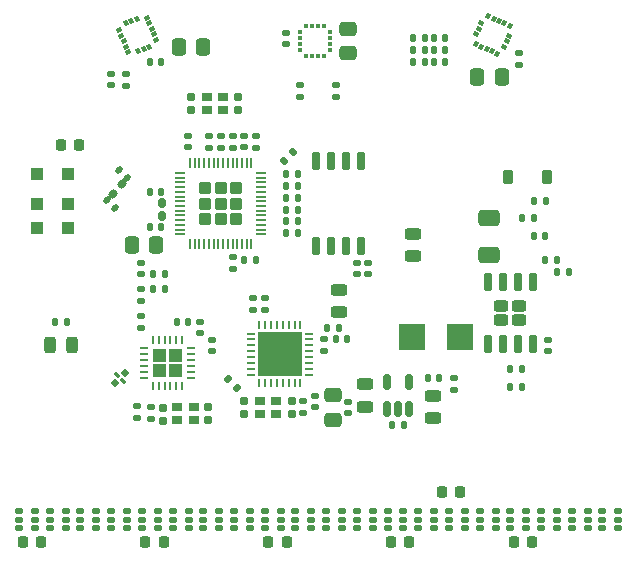
<source format=gbr>
%TF.GenerationSoftware,KiCad,Pcbnew,8.0.5*%
%TF.CreationDate,2024-10-20T13:06:47-04:00*%
%TF.ProjectId,DangerDoughnut,44616e67-6572-4446-9f75-67686e75742e,rev?*%
%TF.SameCoordinates,Original*%
%TF.FileFunction,Paste,Top*%
%TF.FilePolarity,Positive*%
%FSLAX46Y46*%
G04 Gerber Fmt 4.6, Leading zero omitted, Abs format (unit mm)*
G04 Created by KiCad (PCBNEW 8.0.5) date 2024-10-20 13:06:47*
%MOMM*%
%LPD*%
G01*
G04 APERTURE LIST*
G04 Aperture macros list*
%AMRoundRect*
0 Rectangle with rounded corners*
0 $1 Rounding radius*
0 $2 $3 $4 $5 $6 $7 $8 $9 X,Y pos of 4 corners*
0 Add a 4 corners polygon primitive as box body*
4,1,4,$2,$3,$4,$5,$6,$7,$8,$9,$2,$3,0*
0 Add four circle primitives for the rounded corners*
1,1,$1+$1,$2,$3*
1,1,$1+$1,$4,$5*
1,1,$1+$1,$6,$7*
1,1,$1+$1,$8,$9*
0 Add four rect primitives between the rounded corners*
20,1,$1+$1,$2,$3,$4,$5,0*
20,1,$1+$1,$4,$5,$6,$7,0*
20,1,$1+$1,$6,$7,$8,$9,0*
20,1,$1+$1,$8,$9,$2,$3,0*%
%AMRotRect*
0 Rectangle, with rotation*
0 The origin of the aperture is its center*
0 $1 length*
0 $2 width*
0 $3 Rotation angle, in degrees counterclockwise*
0 Add horizontal line*
21,1,$1,$2,0,0,$3*%
G04 Aperture macros list end*
%ADD10C,0.000000*%
%ADD11RoundRect,0.050000X0.275000X0.200000X-0.275000X0.200000X-0.275000X-0.200000X0.275000X-0.200000X0*%
%ADD12RoundRect,0.225000X0.225000X0.250000X-0.225000X0.250000X-0.225000X-0.250000X0.225000X-0.250000X0*%
%ADD13RoundRect,0.218750X0.218750X0.256250X-0.218750X0.256250X-0.218750X-0.256250X0.218750X-0.256250X0*%
%ADD14RoundRect,0.155000X-0.155000X0.212500X-0.155000X-0.212500X0.155000X-0.212500X0.155000X0.212500X0*%
%ADD15RoundRect,0.140000X0.170000X-0.140000X0.170000X0.140000X-0.170000X0.140000X-0.170000X-0.140000X0*%
%ADD16RoundRect,0.140000X0.140000X0.170000X-0.140000X0.170000X-0.140000X-0.170000X0.140000X-0.170000X0*%
%ADD17RoundRect,0.135000X-0.135000X-0.185000X0.135000X-0.185000X0.135000X0.185000X-0.135000X0.185000X0*%
%ADD18RoundRect,0.135000X0.185000X-0.135000X0.185000X0.135000X-0.185000X0.135000X-0.185000X-0.135000X0*%
%ADD19RoundRect,0.135000X0.035355X-0.226274X0.226274X-0.035355X-0.035355X0.226274X-0.226274X0.035355X0*%
%ADD20RoundRect,0.140000X-0.170000X0.140000X-0.170000X-0.140000X0.170000X-0.140000X0.170000X0.140000X0*%
%ADD21R,0.900000X0.800000*%
%ADD22RoundRect,0.155000X0.155000X-0.212500X0.155000X0.212500X-0.155000X0.212500X-0.155000X-0.212500X0*%
%ADD23RoundRect,0.140000X-0.140000X-0.170000X0.140000X-0.170000X0.140000X0.170000X-0.140000X0.170000X0*%
%ADD24RoundRect,0.243750X-0.456250X0.243750X-0.456250X-0.243750X0.456250X-0.243750X0.456250X0.243750X0*%
%ADD25RoundRect,0.243750X0.456250X-0.243750X0.456250X0.243750X-0.456250X0.243750X-0.456250X-0.243750X0*%
%ADD26RoundRect,0.250000X0.337500X0.475000X-0.337500X0.475000X-0.337500X-0.475000X0.337500X-0.475000X0*%
%ADD27R,2.209800X2.260600*%
%ADD28RoundRect,0.135000X-0.185000X0.135000X-0.185000X-0.135000X0.185000X-0.135000X0.185000X0.135000X0*%
%ADD29RoundRect,0.243750X0.243750X0.456250X-0.243750X0.456250X-0.243750X-0.456250X0.243750X-0.456250X0*%
%ADD30RotRect,0.550000X0.550000X225.000000*%
%ADD31RotRect,0.300000X0.500000X225.000000*%
%ADD32RoundRect,0.160000X0.044194X0.270468X-0.270468X-0.044194X-0.044194X-0.270468X0.270468X0.044194X0*%
%ADD33RotRect,0.355600X0.457200X336.347000*%
%ADD34RotRect,0.355600X0.457200X246.347000*%
%ADD35RoundRect,0.250000X-0.285000X-0.285000X0.285000X-0.285000X0.285000X0.285000X-0.285000X0.285000X0*%
%ADD36RoundRect,0.050000X-0.350000X-0.050000X0.350000X-0.050000X0.350000X0.050000X-0.350000X0.050000X0*%
%ADD37RoundRect,0.050000X-0.050000X-0.350000X0.050000X-0.350000X0.050000X0.350000X-0.050000X0.350000X0*%
%ADD38RoundRect,0.135000X0.135000X0.185000X-0.135000X0.185000X-0.135000X-0.185000X0.135000X-0.185000X0*%
%ADD39RoundRect,0.135000X0.226274X0.035355X0.035355X0.226274X-0.226274X-0.035355X-0.035355X-0.226274X0*%
%ADD40RoundRect,0.225000X-0.225000X-0.375000X0.225000X-0.375000X0.225000X0.375000X-0.225000X0.375000X0*%
%ADD41R,0.990600X0.990600*%
%ADD42RotRect,0.355600X0.457200X293.654000*%
%ADD43RotRect,0.355600X0.457200X203.654000*%
%ADD44RoundRect,0.250000X-0.475000X0.337500X-0.475000X-0.337500X0.475000X-0.337500X0.475000X0.337500X0*%
%ADD45RoundRect,0.150000X-0.150000X0.650000X-0.150000X-0.650000X0.150000X-0.650000X0.150000X0.650000X0*%
%ADD46RoundRect,0.250000X-0.650000X0.412500X-0.650000X-0.412500X0.650000X-0.412500X0.650000X0.412500X0*%
%ADD47RoundRect,0.140000X-0.219203X-0.021213X-0.021213X-0.219203X0.219203X0.021213X0.021213X0.219203X0*%
%ADD48R,0.762000X0.254000*%
%ADD49R,0.254000X0.762000*%
%ADD50R,3.759200X3.759200*%
%ADD51RoundRect,0.250000X-0.337500X-0.475000X0.337500X-0.475000X0.337500X0.475000X-0.337500X0.475000X0*%
%ADD52RoundRect,0.242500X0.382500X-0.242500X0.382500X0.242500X-0.382500X0.242500X-0.382500X-0.242500X0*%
%ADD53RoundRect,0.150000X0.150000X-0.650000X0.150000X0.650000X-0.150000X0.650000X-0.150000X-0.650000X0*%
%ADD54R,0.304800X0.457200*%
%ADD55R,0.457200X0.304800*%
%ADD56RoundRect,0.150000X0.150000X-0.512500X0.150000X0.512500X-0.150000X0.512500X-0.150000X-0.512500X0*%
%ADD57RoundRect,0.140000X0.219203X0.021213X0.021213X0.219203X-0.219203X-0.021213X-0.021213X-0.219203X0*%
%ADD58RoundRect,0.160000X0.160000X-0.222500X0.160000X0.222500X-0.160000X0.222500X-0.160000X-0.222500X0*%
G04 APERTURE END LIST*
D10*
%TO.C,U8*%
G36*
X96900000Y-65400000D02*
G01*
X95220400Y-65400000D01*
X95220400Y-63720400D01*
X96900000Y-63720400D01*
X96900000Y-65400000D01*
G37*
G36*
X96900000Y-67279600D02*
G01*
X95220400Y-67279600D01*
X95220400Y-65600000D01*
X96900000Y-65600000D01*
X96900000Y-67279600D01*
G37*
G36*
X98779600Y-65400000D02*
G01*
X97100000Y-65400000D01*
X97100000Y-63720400D01*
X98779600Y-63720400D01*
X98779600Y-65400000D01*
G37*
G36*
X98779600Y-67279600D02*
G01*
X97100000Y-67279600D01*
X97100000Y-65600000D01*
X98779600Y-65600000D01*
X98779600Y-67279600D01*
G37*
%TO.C,U9*%
G36*
X87400000Y-66150000D02*
G01*
X86279200Y-66150000D01*
X86279200Y-65029200D01*
X87400000Y-65029200D01*
X87400000Y-66150000D01*
G37*
G36*
X87400000Y-67470800D02*
G01*
X86279200Y-67470800D01*
X86279200Y-66350000D01*
X87400000Y-66350000D01*
X87400000Y-67470800D01*
G37*
G36*
X88720800Y-66150000D02*
G01*
X87600000Y-66150000D01*
X87600000Y-65029200D01*
X88720800Y-65029200D01*
X88720800Y-66150000D01*
G37*
G36*
X88720800Y-67470800D02*
G01*
X87600000Y-67470800D01*
X87600000Y-66350000D01*
X88720800Y-66350000D01*
X88720800Y-67470800D01*
G37*
%TD*%
D11*
%TO.C,D19*%
X123074999Y-78750000D03*
X123074999Y-79500000D03*
X123074999Y-80250000D03*
X121724999Y-78750000D03*
X121724999Y-79500000D03*
X121724999Y-80250000D03*
%TD*%
%TO.C,D13*%
X107474998Y-78750000D03*
X107474998Y-79500000D03*
X107474998Y-80250000D03*
X106124998Y-78750000D03*
X106124998Y-79500000D03*
X106124998Y-80250000D03*
%TD*%
%TO.C,D8*%
X94474998Y-78750000D03*
X94474998Y-79500000D03*
X94474998Y-80250000D03*
X93124998Y-78750000D03*
X93124998Y-79500000D03*
X93124998Y-80250000D03*
%TD*%
D12*
%TO.C,C3*%
X97574998Y-81400000D03*
X96024998Y-81400000D03*
%TD*%
D11*
%TO.C,D7*%
X91874998Y-78750000D03*
X91874998Y-79500000D03*
X91874998Y-80250000D03*
X90524998Y-78750000D03*
X90524998Y-79500000D03*
X90524998Y-80250000D03*
%TD*%
D13*
%TO.C,F1*%
X112287498Y-77200000D03*
X110712498Y-77200000D03*
%TD*%
D11*
%TO.C,D5*%
X86674998Y-78750000D03*
X86674998Y-79500000D03*
X86674998Y-80250000D03*
X85324998Y-78750000D03*
X85324998Y-79500000D03*
X85324998Y-80250000D03*
%TD*%
%TO.C,D1*%
X76274998Y-78750000D03*
X76274998Y-79500000D03*
X76274998Y-80250000D03*
X74924998Y-78750000D03*
X74924998Y-79500000D03*
X74924998Y-80250000D03*
%TD*%
%TO.C,D9*%
X97074998Y-78750000D03*
X97074998Y-79500000D03*
X97074998Y-80250000D03*
X95724998Y-78750000D03*
X95724998Y-79500000D03*
X95724998Y-80250000D03*
%TD*%
%TO.C,D12*%
X104874998Y-78750000D03*
X104874998Y-79500000D03*
X104874998Y-80250000D03*
X103524998Y-78750000D03*
X103524998Y-79500000D03*
X103524998Y-80250000D03*
%TD*%
%TO.C,D16*%
X115274998Y-78750000D03*
X115274998Y-79500000D03*
X115274998Y-80250000D03*
X113924998Y-78750000D03*
X113924998Y-79500000D03*
X113924998Y-80250000D03*
%TD*%
%TO.C,D18*%
X120474998Y-78750000D03*
X120474998Y-79500000D03*
X120474998Y-80250000D03*
X119124998Y-78750000D03*
X119124998Y-79500000D03*
X119124998Y-80250000D03*
%TD*%
%TO.C,D10*%
X99674998Y-78750000D03*
X99674998Y-79500000D03*
X99674998Y-80250000D03*
X98324998Y-78750000D03*
X98324998Y-79500000D03*
X98324998Y-80250000D03*
%TD*%
%TO.C,D17*%
X117874998Y-78750000D03*
X117874998Y-79500000D03*
X117874998Y-80250000D03*
X116524998Y-78750000D03*
X116524998Y-79500000D03*
X116524998Y-80250000D03*
%TD*%
D12*
%TO.C,C5*%
X118374998Y-81400000D03*
X116824998Y-81400000D03*
%TD*%
D11*
%TO.C,D20*%
X125674998Y-78750000D03*
X125674998Y-79500000D03*
X125674998Y-80250000D03*
X124324998Y-78750000D03*
X124324998Y-79500000D03*
X124324998Y-80250000D03*
%TD*%
D12*
%TO.C,C2*%
X87174998Y-81400000D03*
X85624998Y-81400000D03*
%TD*%
D11*
%TO.C,D11*%
X102274998Y-78750000D03*
X102274998Y-79500000D03*
X102274998Y-80250000D03*
X100924998Y-78750000D03*
X100924998Y-79500000D03*
X100924998Y-80250000D03*
%TD*%
%TO.C,D3*%
X81474998Y-78750000D03*
X81474998Y-79500000D03*
X81474998Y-80250000D03*
X80124998Y-78750000D03*
X80124998Y-79500000D03*
X80124998Y-80250000D03*
%TD*%
%TO.C,D2*%
X78874998Y-78750000D03*
X78874998Y-79500000D03*
X78874998Y-80250000D03*
X77524998Y-78750000D03*
X77524998Y-79500000D03*
X77524998Y-80250000D03*
%TD*%
%TO.C,D4*%
X84074998Y-78750000D03*
X84074998Y-79500000D03*
X84074998Y-80250000D03*
X82724998Y-78750000D03*
X82724998Y-79500000D03*
X82724998Y-80250000D03*
%TD*%
D12*
%TO.C,C1*%
X76774998Y-81400000D03*
X75224998Y-81400000D03*
%TD*%
D11*
%TO.C,D14*%
X110074999Y-78750000D03*
X110074999Y-79500000D03*
X110074999Y-80250000D03*
X108724999Y-78750000D03*
X108724999Y-79500000D03*
X108724999Y-80250000D03*
%TD*%
%TO.C,D15*%
X112674998Y-78750000D03*
X112674998Y-79500000D03*
X112674998Y-80250000D03*
X111324998Y-78750000D03*
X111324998Y-79500000D03*
X111324998Y-80250000D03*
%TD*%
D12*
%TO.C,C4*%
X107974998Y-81400000D03*
X106424998Y-81400000D03*
%TD*%
D11*
%TO.C,D6*%
X89274998Y-78750000D03*
X89274998Y-79500000D03*
X89274998Y-80250000D03*
X87924998Y-78750000D03*
X87924998Y-79500000D03*
X87924998Y-80250000D03*
%TD*%
D14*
%TO.C,C5*%
X98000000Y-69432500D03*
X98000000Y-70567500D03*
%TD*%
D15*
%TO.C,C38*%
X85250000Y-58710000D03*
X85250000Y-57750000D03*
%TD*%
D16*
%TO.C,C32*%
X86980000Y-54750000D03*
X86020000Y-54750000D03*
%TD*%
D17*
%TO.C,R1*%
X117490000Y-54000000D03*
X118510000Y-54000000D03*
%TD*%
D18*
%TO.C,R19*%
X92000000Y-48010000D03*
X92000000Y-46990000D03*
%TD*%
D19*
%TO.C,R10*%
X97389376Y-49110624D03*
X98110624Y-48389376D03*
%TD*%
D17*
%TO.C,R26*%
X97490000Y-52250000D03*
X98510000Y-52250000D03*
%TD*%
%TO.C,R32*%
X108240000Y-39750000D03*
X109260000Y-39750000D03*
%TD*%
D18*
%TO.C,R7*%
X101750000Y-43760000D03*
X101750000Y-42740000D03*
%TD*%
D20*
%TO.C,C37*%
X85250000Y-60020000D03*
X85250000Y-60980000D03*
%TD*%
D21*
%TO.C,Y1*%
X90800000Y-44800000D03*
X92200000Y-44800000D03*
X92200000Y-43700000D03*
X90800000Y-43700000D03*
%TD*%
D15*
%TO.C,C33*%
X94000000Y-47980000D03*
X94000000Y-47020000D03*
%TD*%
D18*
%TO.C,R16*%
X100750000Y-65260000D03*
X100750000Y-64240000D03*
%TD*%
D15*
%TO.C,C21*%
X91250000Y-65230000D03*
X91250000Y-64270000D03*
%TD*%
%TO.C,C14*%
X97500000Y-39230000D03*
X97500000Y-38270000D03*
%TD*%
D18*
%TO.C,R9*%
X95000000Y-48010000D03*
X95000000Y-46990000D03*
%TD*%
D22*
%TO.C,C43*%
X87100000Y-71167500D03*
X87100000Y-70032500D03*
%TD*%
D23*
%TO.C,C11*%
X86020000Y-40750000D03*
X86980000Y-40750000D03*
%TD*%
D24*
%TO.C,D5*%
X102000000Y-60062500D03*
X102000000Y-61937500D03*
%TD*%
D25*
%TO.C,D4*%
X110000000Y-70937500D03*
X110000000Y-69062500D03*
%TD*%
D26*
%TO.C,C31*%
X86537500Y-56250000D03*
X84462500Y-56250000D03*
%TD*%
D27*
%TO.C,CR1*%
X108205300Y-64000000D03*
X112294700Y-64000000D03*
%TD*%
D18*
%TO.C,R8*%
X98750000Y-43760000D03*
X98750000Y-42740000D03*
%TD*%
D23*
%TO.C,C3*%
X109520000Y-67500000D03*
X110480000Y-67500000D03*
%TD*%
D21*
%TO.C,Y3*%
X95300000Y-70550000D03*
X96700000Y-70550000D03*
X96700000Y-69450000D03*
X95300000Y-69450000D03*
%TD*%
D15*
%TO.C,C20*%
X90250000Y-63730000D03*
X90250000Y-62770000D03*
%TD*%
D28*
%TO.C,R15*%
X94750000Y-60740000D03*
X94750000Y-61760000D03*
%TD*%
D16*
%TO.C,C40*%
X110980000Y-40750000D03*
X110020000Y-40750000D03*
%TD*%
D29*
%TO.C,D6*%
X79437500Y-64750000D03*
X77562500Y-64750000D03*
%TD*%
D17*
%TO.C,R20*%
X77990000Y-62750000D03*
X79010000Y-62750000D03*
%TD*%
D30*
%TO.C,FL1*%
X83924264Y-67075736D03*
D31*
X83252513Y-67252513D03*
D30*
X83075736Y-67924264D03*
D31*
X83747487Y-67747487D03*
%TD*%
D32*
%TO.C,L3*%
X83654819Y-51095181D03*
X82845181Y-51904819D03*
%TD*%
D33*
%TO.C,U2*%
X116473573Y-37690502D03*
X116015461Y-37489853D03*
X115557350Y-37289204D03*
X115099239Y-37088555D03*
X114641127Y-36887906D03*
D34*
X114051713Y-37497959D03*
X113851064Y-37956070D03*
X113650415Y-38414181D03*
D33*
X113601707Y-39261058D03*
X114059819Y-39461707D03*
X114517930Y-39662356D03*
X114976041Y-39863005D03*
X115434153Y-40063654D03*
D34*
X116023567Y-39453601D03*
X116224216Y-38995490D03*
X116424865Y-38537379D03*
%TD*%
D17*
%TO.C,R22*%
X86240000Y-58750000D03*
X87260000Y-58750000D03*
%TD*%
D35*
%TO.C,U10*%
X90670000Y-51420000D03*
X90670000Y-52750000D03*
X90670000Y-54080000D03*
X92000000Y-51420000D03*
X92000000Y-52750000D03*
X92000000Y-54080000D03*
X93330000Y-51420000D03*
X93330000Y-52750000D03*
X93330000Y-54080000D03*
D36*
X88550000Y-50150000D03*
X88550001Y-50550000D03*
X88550000Y-50950000D03*
X88550000Y-51350000D03*
X88550000Y-51750000D03*
X88550001Y-52150000D03*
X88550000Y-52550000D03*
X88550000Y-52950000D03*
X88550001Y-53350000D03*
X88550000Y-53750000D03*
X88550000Y-54150000D03*
X88550000Y-54550000D03*
X88550001Y-54950000D03*
X88550000Y-55350000D03*
D37*
X89400000Y-56200000D03*
X89800000Y-56199999D03*
X90200000Y-56200000D03*
X90600000Y-56200000D03*
X91000000Y-56200000D03*
X91400000Y-56199999D03*
X91800000Y-56200000D03*
X92200000Y-56200000D03*
X92600000Y-56199999D03*
X93000000Y-56200000D03*
X93400000Y-56200000D03*
X93800000Y-56200000D03*
X94200000Y-56199999D03*
X94600000Y-56200000D03*
D36*
X95450000Y-55350000D03*
X95449999Y-54950000D03*
X95450000Y-54550000D03*
X95450000Y-54150000D03*
X95450000Y-53750000D03*
X95449999Y-53350000D03*
X95450000Y-52950000D03*
X95450000Y-52550000D03*
X95449999Y-52150000D03*
X95450000Y-51750000D03*
X95450000Y-51350000D03*
X95450000Y-50950000D03*
X95449999Y-50550000D03*
X95450000Y-50150000D03*
D37*
X94600000Y-49300000D03*
X94200000Y-49300001D03*
X93800000Y-49300000D03*
X93400000Y-49300000D03*
X93000000Y-49300000D03*
X92600000Y-49300001D03*
X92200000Y-49300000D03*
X91800000Y-49300000D03*
X91400000Y-49300001D03*
X91000000Y-49300000D03*
X90600000Y-49300000D03*
X90200000Y-49300000D03*
X89800000Y-49300001D03*
X89400000Y-49300000D03*
%TD*%
D25*
%TO.C,D3*%
X104250000Y-69937500D03*
X104250000Y-68062500D03*
%TD*%
D38*
%TO.C,R17*%
X102010000Y-63250000D03*
X100990000Y-63250000D03*
%TD*%
D17*
%TO.C,R3*%
X106490000Y-71500000D03*
X107510000Y-71500000D03*
%TD*%
D16*
%TO.C,C39*%
X110980000Y-39750000D03*
X110020000Y-39750000D03*
%TD*%
D28*
%TO.C,R13*%
X85250000Y-62240000D03*
X85250000Y-63260000D03*
%TD*%
D17*
%TO.C,R23*%
X97490000Y-50250000D03*
X98510000Y-50250000D03*
%TD*%
D39*
%TO.C,R35*%
X93360624Y-68360624D03*
X92639376Y-67639376D03*
%TD*%
D17*
%TO.C,R5*%
X120490000Y-58500000D03*
X121510000Y-58500000D03*
%TD*%
%TO.C,R6*%
X116490000Y-68250000D03*
X117510000Y-68250000D03*
%TD*%
D26*
%TO.C,C12*%
X90537500Y-39500000D03*
X88462500Y-39500000D03*
%TD*%
D18*
%TO.C,R36*%
X91000000Y-48010000D03*
X91000000Y-46990000D03*
%TD*%
D38*
%TO.C,R31*%
X95010000Y-57500000D03*
X93990000Y-57500000D03*
%TD*%
D16*
%TO.C,C30*%
X86980000Y-51750000D03*
X86020000Y-51750000D03*
%TD*%
D18*
%TO.C,R25*%
X93000000Y-48010000D03*
X93000000Y-46990000D03*
%TD*%
D40*
%TO.C,D1*%
X116350000Y-50500000D03*
X119650000Y-50500000D03*
%TD*%
D28*
%TO.C,R12*%
X99000000Y-69490000D03*
X99000000Y-70510000D03*
%TD*%
D41*
%TO.C,ANT2*%
X79058100Y-54801905D03*
X79058100Y-52801904D03*
X79058100Y-50201905D03*
X76441900Y-50201905D03*
X76441900Y-52801904D03*
X76441900Y-54801905D03*
%TD*%
D42*
%TO.C,U3*%
X86550241Y-38872265D03*
X86349582Y-38414157D03*
X86148927Y-37956049D03*
X85948270Y-37497941D03*
X85747614Y-37039834D03*
D43*
X84900737Y-37088558D03*
X84442629Y-37289213D03*
X83984521Y-37489870D03*
D42*
X83374479Y-38079295D03*
X83575138Y-38537403D03*
X83775793Y-38995511D03*
X83976450Y-39453619D03*
X84177106Y-39911726D03*
D43*
X85023983Y-39863002D03*
X85482091Y-39662347D03*
X85940199Y-39461690D03*
%TD*%
D44*
%TO.C,C13*%
X102750000Y-37962500D03*
X102750000Y-40037500D03*
%TD*%
D17*
%TO.C,R34*%
X108240000Y-38750000D03*
X109260000Y-38750000D03*
%TD*%
D14*
%TO.C,C19*%
X93500000Y-43682500D03*
X93500000Y-44817500D03*
%TD*%
D15*
%TO.C,C36*%
X82750000Y-42730000D03*
X82750000Y-41770000D03*
%TD*%
D45*
%TO.C,U4*%
X103905000Y-49112311D03*
X102635000Y-49112311D03*
X101365000Y-49112311D03*
X100095000Y-49112311D03*
X100095000Y-56312311D03*
X101365000Y-56312311D03*
X102635000Y-56312311D03*
X103905000Y-56312311D03*
%TD*%
D46*
%TO.C,C4*%
X114750000Y-53937500D03*
X114750000Y-57062500D03*
%TD*%
D22*
%TO.C,C18*%
X89500000Y-44817500D03*
X89500000Y-43682500D03*
%TD*%
D20*
%TO.C,C7*%
X119750000Y-64270000D03*
X119750000Y-65230000D03*
%TD*%
D23*
%TO.C,C6*%
X116520000Y-66750000D03*
X117480000Y-66750000D03*
%TD*%
D17*
%TO.C,R33*%
X108240000Y-40750000D03*
X109260000Y-40750000D03*
%TD*%
D20*
%TO.C,C23*%
X100000000Y-69020000D03*
X100000000Y-69980000D03*
%TD*%
D12*
%TO.C,C41*%
X80025000Y-47750000D03*
X78475000Y-47750000D03*
%TD*%
D22*
%TO.C,C44*%
X90900000Y-71067500D03*
X90900000Y-69932500D03*
%TD*%
D17*
%TO.C,R24*%
X97490000Y-51250000D03*
X98510000Y-51250000D03*
%TD*%
D22*
%TO.C,C15*%
X94000000Y-70567500D03*
X94000000Y-69432500D03*
%TD*%
D18*
%TO.C,R30*%
X93000000Y-58260000D03*
X93000000Y-57240000D03*
%TD*%
D47*
%TO.C,C35*%
X82410589Y-52410589D03*
X83089411Y-53089411D03*
%TD*%
D20*
%TO.C,C22*%
X86100000Y-70000000D03*
X86100000Y-70960000D03*
%TD*%
D17*
%TO.C,R27*%
X97490000Y-53250000D03*
X98510000Y-53250000D03*
%TD*%
%TO.C,R2*%
X118490000Y-52500000D03*
X119510000Y-52500000D03*
%TD*%
D20*
%TO.C,C25*%
X104500000Y-57770000D03*
X104500000Y-58730000D03*
%TD*%
%TO.C,C16*%
X84900000Y-69920000D03*
X84900000Y-70880000D03*
%TD*%
D25*
%TO.C,D2*%
X108250000Y-57187500D03*
X108250000Y-55312500D03*
%TD*%
D48*
%TO.C,U8*%
X99451100Y-67249999D03*
X99451100Y-66750000D03*
X99451100Y-66250001D03*
X99451100Y-65750000D03*
X99451100Y-65250000D03*
X99451100Y-64749999D03*
X99451100Y-64250000D03*
X99451100Y-63750001D03*
D49*
X98749999Y-63048900D03*
X98250000Y-63048900D03*
X97750001Y-63048900D03*
X97250000Y-63048900D03*
X96750000Y-63048900D03*
X96249999Y-63048900D03*
X95750000Y-63048900D03*
X95250001Y-63048900D03*
D48*
X94548900Y-63750001D03*
X94548900Y-64250000D03*
X94548900Y-64749999D03*
X94548900Y-65250000D03*
X94548900Y-65750000D03*
X94548900Y-66250001D03*
X94548900Y-66750000D03*
X94548900Y-67249999D03*
D49*
X95250001Y-67951100D03*
X95750000Y-67951100D03*
X96249999Y-67951100D03*
X96750000Y-67951100D03*
X97250000Y-67951100D03*
X97750001Y-67951100D03*
X98250000Y-67951100D03*
X98749999Y-67951100D03*
D50*
X97000000Y-65500000D03*
%TD*%
D20*
%TO.C,C9*%
X117250000Y-40020000D03*
X117250000Y-40980000D03*
%TD*%
D28*
%TO.C,R11*%
X84000000Y-41740000D03*
X84000000Y-42760000D03*
%TD*%
D21*
%TO.C,Y2*%
X88300000Y-71050000D03*
X89700000Y-71050000D03*
X89700000Y-69950000D03*
X88300000Y-69950000D03*
%TD*%
D23*
%TO.C,C26*%
X101770000Y-64250000D03*
X102730000Y-64250000D03*
%TD*%
D20*
%TO.C,C2*%
X102750000Y-69520000D03*
X102750000Y-70480000D03*
%TD*%
D28*
%TO.C,R18*%
X111750000Y-67490000D03*
X111750000Y-68510000D03*
%TD*%
%TO.C,R14*%
X95750000Y-60740000D03*
X95750000Y-61760000D03*
%TD*%
D23*
%TO.C,C1*%
X118520000Y-55500000D03*
X119480000Y-55500000D03*
%TD*%
D51*
%TO.C,C10*%
X113712500Y-42000000D03*
X115787500Y-42000000D03*
%TD*%
D52*
%TO.C,U6*%
X115725000Y-62600000D03*
X117275000Y-62600000D03*
X115725000Y-61400000D03*
X117275000Y-61400000D03*
D53*
X114595000Y-64650000D03*
X115865000Y-64650000D03*
X117135000Y-64650000D03*
X118405000Y-64650000D03*
X118405000Y-59350000D03*
X117135000Y-59350000D03*
X115865000Y-59350000D03*
X114595000Y-59350000D03*
%TD*%
D54*
%TO.C,U1*%
X99249999Y-40274999D03*
X99750000Y-40274999D03*
X100250000Y-40274999D03*
X100750001Y-40274999D03*
D55*
X101274999Y-39750001D03*
X101274999Y-39250000D03*
X101274999Y-38750000D03*
X101274999Y-38249999D03*
D54*
X100750001Y-37725001D03*
X100250000Y-37725001D03*
X99750000Y-37725001D03*
X99249999Y-37725001D03*
D55*
X98725001Y-38249999D03*
X98725001Y-38750000D03*
X98725001Y-39250000D03*
X98725001Y-39750001D03*
%TD*%
D49*
%TO.C,U9*%
X86250000Y-68218500D03*
X86749999Y-68218500D03*
X87250000Y-68218500D03*
X87750000Y-68218500D03*
X88250001Y-68218500D03*
X88750000Y-68218500D03*
D48*
X89468500Y-67500000D03*
X89468500Y-67000001D03*
X89468500Y-66500000D03*
X89468500Y-66000000D03*
X89468500Y-65499999D03*
X89468500Y-65000000D03*
D49*
X88750000Y-64281500D03*
X88250001Y-64281500D03*
X87750000Y-64281500D03*
X87250000Y-64281500D03*
X86749999Y-64281500D03*
X86250000Y-64281500D03*
D48*
X85531500Y-65000000D03*
X85531500Y-65499999D03*
X85531500Y-66000000D03*
X85531500Y-66500000D03*
X85531500Y-67000001D03*
X85531500Y-67500000D03*
%TD*%
D20*
%TO.C,C27*%
X103500000Y-57770000D03*
X103500000Y-58730000D03*
%TD*%
D56*
%TO.C,U7*%
X106050000Y-70137500D03*
X107000000Y-70137500D03*
X107950000Y-70137500D03*
X107950000Y-67862500D03*
X106050000Y-67862500D03*
%TD*%
D57*
%TO.C,C34*%
X84089411Y-50589411D03*
X83410589Y-49910589D03*
%TD*%
D16*
%TO.C,C17*%
X89230000Y-62750000D03*
X88270000Y-62750000D03*
%TD*%
D44*
%TO.C,C24*%
X101500000Y-68962500D03*
X101500000Y-71037500D03*
%TD*%
D17*
%TO.C,R29*%
X97490000Y-55250000D03*
X98510000Y-55250000D03*
%TD*%
D58*
%TO.C,L2*%
X87000000Y-53822500D03*
X87000000Y-52677500D03*
%TD*%
D17*
%TO.C,R28*%
X97490000Y-54250000D03*
X98510000Y-54250000D03*
%TD*%
D15*
%TO.C,C28*%
X89250000Y-47980000D03*
X89250000Y-47020000D03*
%TD*%
D16*
%TO.C,C42*%
X110980000Y-38750000D03*
X110020000Y-38750000D03*
%TD*%
D17*
%TO.C,R21*%
X86240000Y-60000000D03*
X87260000Y-60000000D03*
%TD*%
D38*
%TO.C,R4*%
X120510000Y-57500000D03*
X119490000Y-57500000D03*
%TD*%
M02*

</source>
